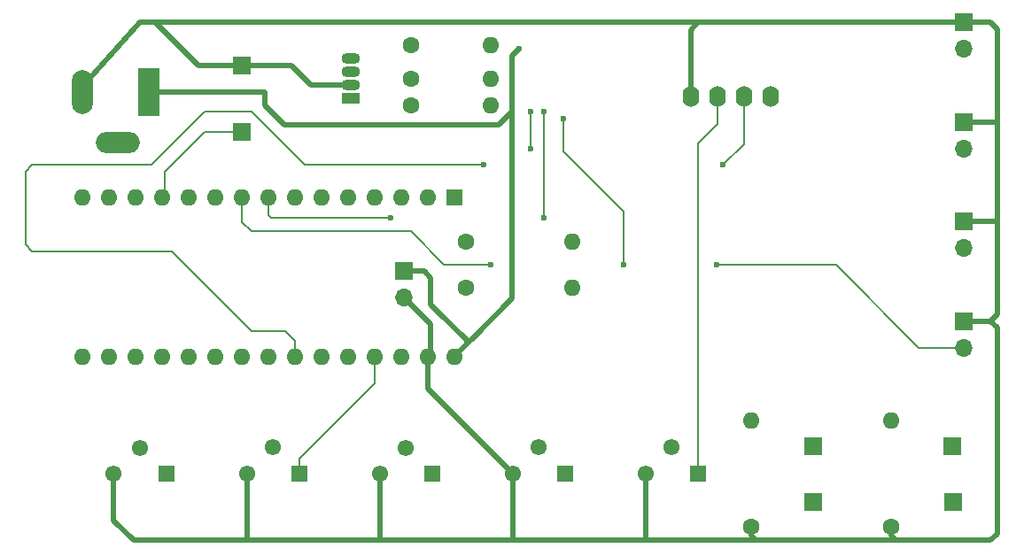
<source format=gbr>
%TF.GenerationSoftware,KiCad,Pcbnew,8.0.4-8.0.4-0~ubuntu22.04.1*%
%TF.CreationDate,2024-09-15T12:59:40-04:00*%
%TF.ProjectId,RonsEcono15,526f6e73-4563-46f6-9e6f-31352e6b6963,rev?*%
%TF.SameCoordinates,Original*%
%TF.FileFunction,Copper,L2,Bot*%
%TF.FilePolarity,Positive*%
%FSLAX46Y46*%
G04 Gerber Fmt 4.6, Leading zero omitted, Abs format (unit mm)*
G04 Created by KiCad (PCBNEW 8.0.4-8.0.4-0~ubuntu22.04.1) date 2024-09-15 12:59:40*
%MOMM*%
%LPD*%
G01*
G04 APERTURE LIST*
%TA.AperFunction,Conductor*%
%ADD10C,0.500000*%
%TD*%
%TA.AperFunction,ComponentPad*%
%ADD11R,1.700000X1.700000*%
%TD*%
%TA.AperFunction,ComponentPad*%
%ADD12O,1.700000X1.700000*%
%TD*%
%TA.AperFunction,ComponentPad*%
%ADD13C,1.600000*%
%TD*%
%TA.AperFunction,ComponentPad*%
%ADD14O,1.600000X1.600000*%
%TD*%
%TA.AperFunction,ComponentPad*%
%ADD15R,2.000000X4.600000*%
%TD*%
%TA.AperFunction,ComponentPad*%
%ADD16O,2.000000X4.200000*%
%TD*%
%TA.AperFunction,ComponentPad*%
%ADD17O,4.200000X2.000000*%
%TD*%
%TA.AperFunction,ComponentPad*%
%ADD18R,1.550000X1.550000*%
%TD*%
%TA.AperFunction,ComponentPad*%
%ADD19C,1.550000*%
%TD*%
%TA.AperFunction,ComponentPad*%
%ADD20O,1.600000X2.000000*%
%TD*%
%TA.AperFunction,ComponentPad*%
%ADD21R,1.600000X1.600000*%
%TD*%
%TA.AperFunction,ComponentPad*%
%ADD22R,1.800000X1.070000*%
%TD*%
%TA.AperFunction,ComponentPad*%
%ADD23O,1.800000X1.070000*%
%TD*%
%TA.AperFunction,ViaPad*%
%ADD24C,0.600000*%
%TD*%
%TA.AperFunction,Conductor*%
%ADD25C,0.200000*%
%TD*%
G04 APERTURE END LIST*
D10*
%TO.N,Net-(J1-Pin_2)*%
X97795096Y-59679743D02*
X103510096Y-53329743D01*
X182250096Y-62854743D02*
X185425096Y-62854743D01*
X184790096Y-53329743D02*
X185425096Y-53964743D01*
X182250096Y-72379743D02*
X185425096Y-72379743D01*
X184790096Y-81904743D02*
X182250096Y-81904743D01*
X185425096Y-81269743D02*
X184790096Y-81904743D01*
X185425096Y-53964743D02*
X185425096Y-81269743D01*
X182250096Y-53329743D02*
X184790096Y-53329743D01*
X103510096Y-53329743D02*
X182250096Y-53329743D01*
%TD*%
D11*
%TO.P,REF\u002A\u002A,1*%
%TO.N,Net-(J1-Pin_2)*%
X182250096Y-53324744D03*
D12*
%TO.N,Net-(J1-Pin_1)*%
X182250096Y-55864744D03*
%TD*%
D11*
%TO.P,,1*%
%TO.N,N/C*%
X181132824Y-93866593D03*
%TD*%
D13*
%TO.P,REF\u002A\u002A,1*%
%TO.N,Net-(J1-Pin_2)*%
X161930096Y-101589742D03*
D14*
%TO.P,REF\u002A\u002A,2*%
%TO.N,N/C*%
X161930096Y-91429742D03*
%TD*%
D11*
%TO.P,,45*%
%TO.N,N/C*%
X113204422Y-63815000D03*
%TD*%
D15*
%TO.P,DC12v, *%
%TO.N,Net-(J1-Pin_1)*%
X104280096Y-59999743D03*
D16*
%TO.N,Net-(J1-Pin_2)*%
X97980096Y-59999743D03*
D17*
%TO.N,N/C*%
X101380096Y-64799743D03*
%TD*%
D13*
%TO.P,REF\u002A\u002A,1*%
%TO.N,N/C*%
X134625096Y-74284743D03*
D14*
%TO.P,REF\u002A\u002A,2*%
X144785096Y-74284743D03*
%TD*%
D18*
%TO.P,REF\u002A\u002A, *%
%TO.N,unconnected-(U1-A6-Pad25)*%
X156810096Y-96464743D03*
D19*
%TO.N,N/C*%
X154310096Y-93964743D03*
%TO.N,Net-(J1-Pin_2)*%
X151810096Y-96464743D03*
%TD*%
D13*
%TO.P,REF\u002A\u002A,1*%
%TO.N,N/C*%
X129355000Y-58735000D03*
D14*
%TO.P,REF\u002A\u002A,2*%
X136975000Y-58735000D03*
%TD*%
D11*
%TO.P,,1*%
%TO.N,Net-(J1-Pin_2)*%
X182250096Y-53324744D03*
%TD*%
D20*
%TO.P,SSD1306,1*%
%TO.N,Net-(J1-Pin_2)*%
X156105096Y-60429743D03*
%TO.P,SSD1306,2*%
%TO.N,unconnected-(U1-A6-Pad25)*%
X158645096Y-60429743D03*
%TO.P,SSD1306,3*%
%TO.N,N/C*%
X161185096Y-60429743D03*
%TO.P,SSD1306,4*%
%TO.N,unconnected-(U1-A7-Pad26)*%
X163725096Y-60429743D03*
%TD*%
D21*
%TO.P,REF\u002A\u002A,1*%
%TO.N,N/C*%
X133536292Y-70060772D03*
D14*
%TO.P,REF\u002A\u002A,2*%
X130996292Y-70060772D03*
%TO.P,REF\u002A\u002A,3*%
X128456292Y-70060772D03*
%TO.P,REF\u002A\u002A,4*%
X125916292Y-70060772D03*
%TO.P,REF\u002A\u002A,5*%
X123376292Y-70060772D03*
%TO.P,REF\u002A\u002A,6*%
%TO.N,Net-(J2-Pin_1)*%
X120836292Y-70060772D03*
%TO.P,REF\u002A\u002A,7*%
%TO.N,unconnected-(U1-A3-Pad22)*%
X118296292Y-70060772D03*
%TO.P,REF\u002A\u002A,8*%
%TO.N,Net-(J2-Pin_2)*%
X115756292Y-70060772D03*
%TO.P,REF\u002A\u002A,9*%
%TO.N,Net-(J1-Pin_3)*%
X113216292Y-70060772D03*
%TO.P,REF\u002A\u002A,10*%
%TO.N,N/C*%
X110676292Y-70060772D03*
%TO.P,REF\u002A\u002A,11*%
X108136292Y-70060772D03*
%TO.P,REF\u002A\u002A,12*%
X105596292Y-70060772D03*
%TO.P,REF\u002A\u002A,13*%
X103056292Y-70060772D03*
%TO.P,REF\u002A\u002A,14*%
X100516292Y-70060772D03*
%TO.P,REF\u002A\u002A,15*%
X97976292Y-70060772D03*
%TO.P,REF\u002A\u002A,16*%
X97976292Y-85300772D03*
%TO.P,REF\u002A\u002A,17*%
X100516292Y-85300772D03*
%TO.P,REF\u002A\u002A,18*%
X103056292Y-85300772D03*
%TO.P,REF\u002A\u002A,19*%
X105596292Y-85300772D03*
%TO.P,REF\u002A\u002A,20*%
X108136292Y-85300772D03*
%TO.P,REF\u002A\u002A,21*%
X110676292Y-85300772D03*
%TO.P,REF\u002A\u002A,22*%
X113216292Y-85300772D03*
%TO.P,REF\u002A\u002A,23*%
%TO.N,unconnected-(U1-A7-Pad26)*%
X115756292Y-85300772D03*
%TO.P,REF\u002A\u002A,24*%
%TO.N,N/C*%
X118296292Y-85300772D03*
%TO.P,REF\u002A\u002A,25*%
X120836292Y-85300772D03*
%TO.P,REF\u002A\u002A,26*%
X123376292Y-85300772D03*
%TO.P,REF\u002A\u002A,27*%
X125916292Y-85300772D03*
%TO.P,REF\u002A\u002A,28*%
X128456292Y-85300772D03*
%TO.P,REF\u002A\u002A,29*%
%TO.N,Net-(J1-Pin_2)*%
X130996292Y-85300772D03*
%TO.P,REF\u002A\u002A,30*%
%TO.N,Net-(J1-Pin_1)*%
X133536292Y-85300772D03*
%TD*%
D18*
%TO.P,REF\u002A\u002A, *%
%TO.N,unconnected-(U1-A6-Pad25)*%
X105970096Y-96509743D03*
D19*
%TO.N,N/C*%
X103470096Y-94009743D03*
%TO.N,Net-(J1-Pin_2)*%
X100970096Y-96509743D03*
%TD*%
D11*
%TO.P,,1*%
%TO.N,unconnected-(U1-A6-Pad25)*%
X167820096Y-99224743D03*
%TD*%
%TO.P,REF\u002A\u002A,1*%
%TO.N,Net-(J1-Pin_1)*%
X128720000Y-77150000D03*
D12*
%TO.P,REF\u002A\u002A,2*%
%TO.N,Net-(J1-Pin_2)*%
X128720000Y-79690000D03*
%TD*%
D13*
%TO.P,REF\u002A\u002A,1*%
%TO.N,N/C*%
X129355000Y-61275000D03*
D14*
%TO.P,REF\u002A\u002A,2*%
%TO.N,Net-(J2-Pin_1)*%
X136975000Y-61275000D03*
%TD*%
D11*
%TO.P,,1*%
%TO.N,Net-(J1-Pin_2)*%
X113204422Y-57465000D03*
%TD*%
%TO.P,,1*%
%TO.N,Net-(J1-Pin_2)*%
X182250096Y-72379743D03*
%TD*%
%TO.P,REF\u002A\u002A,1*%
%TO.N,Net-(J1-Pin_2)*%
X182250096Y-72379743D03*
D12*
%TO.P,REF\u002A\u002A,2*%
%TO.N,Net-(J2-Pin_2)*%
X182250096Y-74919743D03*
%TD*%
D22*
%TO.P,REF\u002A\u002A,1*%
%TO.N,N/C*%
X123640000Y-60635000D03*
D23*
%TO.P,REF\u002A\u002A,2*%
%TO.N,Net-(J1-Pin_2)*%
X123640000Y-59364999D03*
%TO.P,REF\u002A\u002A,3*%
%TO.N,N/C*%
X123640000Y-58095000D03*
%TO.P,REF\u002A\u002A,4*%
X123640000Y-56825000D03*
%TD*%
D11*
%TO.P,REF\u002A\u002A,1*%
%TO.N,Net-(J1-Pin_2)*%
X182250096Y-62849743D03*
D12*
%TO.P,REF\u002A\u002A,2*%
%TO.N,Net-(J2-Pin_1)*%
X182250096Y-65389743D03*
%TD*%
D11*
%TO.P,,1*%
%TO.N,unconnected-(U1-A6-Pad25)*%
X181155096Y-99224743D03*
%TD*%
%TO.P,,1*%
%TO.N,N/C*%
X167797824Y-93866593D03*
%TD*%
D18*
%TO.P,REF\u002A\u002A, *%
%TO.N,unconnected-(U1-A6-Pad25)*%
X118710096Y-96464743D03*
D19*
%TO.N,N/C*%
X116210096Y-93964743D03*
%TO.N,Net-(J1-Pin_2)*%
X113710096Y-96464743D03*
%TD*%
D11*
%TO.P,REF\u002A\u002A,1*%
%TO.N,Net-(J1-Pin_2)*%
X182250096Y-81904743D03*
D12*
%TO.P,REF\u002A\u002A,2*%
%TO.N,Net-(J1-Pin_3)*%
X182250096Y-84444743D03*
%TD*%
D13*
%TO.P,REF\u002A\u002A,1*%
%TO.N,Net-(J1-Pin_2)*%
X175265096Y-101589742D03*
D14*
%TO.P,REF\u002A\u002A,2*%
%TO.N,N/C*%
X175265096Y-91429742D03*
%TD*%
D13*
%TO.P,REF\u002A\u002A,1*%
%TO.N,N/C*%
X129355000Y-55560000D03*
D14*
%TO.P,REF\u002A\u002A,2*%
%TO.N,Net-(J1-Pin_3)*%
X136975000Y-55560000D03*
%TD*%
D18*
%TO.P,REF\u002A\u002A, *%
%TO.N,unconnected-(U1-A6-Pad25)*%
X131410096Y-96509743D03*
D19*
%TO.N,N/C*%
X128910096Y-94009743D03*
%TO.N,Net-(J1-Pin_2)*%
X126410096Y-96509743D03*
%TD*%
D11*
%TO.P,,1*%
%TO.N,Net-(J1-Pin_2)*%
X182250096Y-81904743D03*
%TD*%
%TO.P,,1*%
%TO.N,Net-(J1-Pin_2)*%
X182250096Y-62849743D03*
%TD*%
D13*
%TO.P,REF\u002A\u002A,1*%
%TO.N,unconnected-(U1-A3-Pad22)*%
X134625096Y-78729743D03*
D14*
%TO.P,REF\u002A\u002A,2*%
%TO.N,N/C*%
X144785096Y-78729743D03*
%TD*%
D18*
%TO.P,REF\u002A\u002A, *%
%TO.N,unconnected-(U1-A6-Pad25)*%
X144110096Y-96464743D03*
D19*
%TO.N,N/C*%
X141610096Y-93964743D03*
%TO.N,Net-(J1-Pin_2)*%
X139110096Y-96464743D03*
%TD*%
D24*
%TO.N,*%
X159200000Y-66990000D03*
X136340000Y-66990000D03*
%TO.N,Net-(J1-Pin_3)*%
X158565000Y-76515000D03*
X143960000Y-62545000D03*
X136975000Y-76515000D03*
X149675000Y-76515000D03*
%TO.N,Net-(J1-Pin_1)*%
X139705096Y-55869743D03*
%TO.N,Net-(J2-Pin_2)*%
X127450000Y-72070000D03*
X142055000Y-61910000D03*
X142055000Y-72070000D03*
%TO.N,Net-(J2-Pin_1)*%
X140785000Y-61910000D03*
X140785000Y-65389743D03*
%TD*%
D10*
%TO.N,Net-(J1-Pin_1)*%
X133536292Y-85300772D02*
X134999341Y-83837722D01*
X131781690Y-80846691D02*
X131781691Y-80846691D01*
X134999341Y-83837722D02*
X135203532Y-83633532D01*
X128720000Y-77150000D02*
X130625000Y-77150000D01*
X130625000Y-77150000D02*
X131260000Y-77785000D01*
X131260000Y-77785000D02*
X131260000Y-80325000D01*
X131781691Y-80846691D02*
X134772722Y-83837722D01*
X131260000Y-80325000D02*
X131781690Y-80846691D01*
X134772722Y-83837722D02*
X134999341Y-83837722D01*
D25*
%TO.N,*%
X105596292Y-70060772D02*
X105860000Y-69797064D01*
X93160000Y-75245000D02*
X106495000Y-75245000D01*
X114115000Y-82865000D02*
X117397584Y-82865000D01*
X118296292Y-83763708D02*
X118296292Y-85300772D01*
X105860000Y-67625000D02*
X109670000Y-63815000D01*
X92525000Y-67625000D02*
X92525000Y-74610000D01*
X119195000Y-66990000D02*
X114115000Y-61910000D01*
X93160000Y-66990000D02*
X92525000Y-67625000D01*
X105860000Y-69797064D02*
X105860000Y-67625000D01*
X104590000Y-66990000D02*
X93160000Y-66990000D01*
X136340000Y-66990000D02*
X119195000Y-66990000D01*
X159200000Y-66990000D02*
X161185096Y-65004904D01*
X117397584Y-82865000D02*
X118296292Y-83763708D01*
X92525000Y-74610000D02*
X93160000Y-75245000D01*
X161185096Y-65004904D02*
X161185096Y-60429743D01*
X106495000Y-75245000D02*
X114115000Y-82865000D01*
X109670000Y-63815000D02*
X113204422Y-63815000D01*
X114115000Y-61910000D02*
X109670000Y-61910000D01*
X109670000Y-61910000D02*
X104590000Y-66990000D01*
%TO.N,Net-(J1-Pin_3)*%
X114115000Y-73340000D02*
X113216292Y-72441292D01*
X143960000Y-65720000D02*
X149675000Y-71435000D01*
X132530000Y-76515000D02*
X129355000Y-73340000D01*
X113216292Y-72441292D02*
X113216292Y-70060772D01*
X143960000Y-62545000D02*
X143960000Y-65720000D01*
X169995000Y-76515000D02*
X158565000Y-76515000D01*
X182250096Y-84444743D02*
X177924743Y-84444743D01*
X149675000Y-71435000D02*
X149675000Y-76515000D01*
X177924743Y-84444743D02*
X169995000Y-76515000D01*
X129355000Y-73340000D02*
X114115000Y-73340000D01*
X136975000Y-76515000D02*
X132530000Y-76515000D01*
D10*
%TO.N,Net-(J1-Pin_1)*%
X115385000Y-59999743D02*
X115385000Y-61275000D01*
X104280096Y-59999743D02*
X115385000Y-59999743D01*
X117290000Y-63180000D02*
X137800096Y-63180000D01*
X139070096Y-79766968D02*
X139070096Y-61910000D01*
X139070096Y-56504743D02*
X139705096Y-55869743D01*
X139070096Y-61910000D02*
X139070096Y-56504743D01*
X135203532Y-83633532D02*
X139070096Y-79766968D01*
X137800096Y-63180000D02*
X139070096Y-61910000D01*
X115385000Y-61275000D02*
X117290000Y-63180000D01*
D25*
%TO.N,Net-(J2-Pin_2)*%
X115756292Y-71806292D02*
X115756292Y-70060772D01*
X116020000Y-72070000D02*
X115756292Y-71806292D01*
X127450000Y-72070000D02*
X116020000Y-72070000D01*
X142055000Y-61910000D02*
X142055000Y-72070000D01*
%TO.N,Net-(J2-Pin_1)*%
X140785000Y-61910000D02*
X140785000Y-65389743D01*
%TO.N,unconnected-(U1-A6-Pad25)*%
X156810096Y-64934904D02*
X158645096Y-63099904D01*
X106050096Y-96589743D02*
X105970096Y-96509743D01*
X125916292Y-85300772D02*
X125916292Y-87873900D01*
X156810096Y-96464743D02*
X156810096Y-64934904D01*
X125916292Y-87873900D02*
X118710096Y-95080096D01*
X144110096Y-96464743D02*
X144190096Y-96464743D01*
X158645096Y-63099904D02*
X158645096Y-60429743D01*
X118710096Y-95080096D02*
X118710096Y-96464743D01*
D10*
%TO.N,Net-(J1-Pin_2)*%
X175710000Y-102859743D02*
X162375000Y-102859743D01*
X113710096Y-96464743D02*
X113710096Y-102819743D01*
X161930096Y-102414839D02*
X162375000Y-102859743D01*
X139110096Y-96464743D02*
X139110096Y-102819743D01*
X184790096Y-81904743D02*
X185425096Y-82539743D01*
X128720000Y-79690000D02*
X131260000Y-82230000D01*
X123640000Y-59364999D02*
X119824999Y-59364999D01*
X109035000Y-57465000D02*
X104899743Y-53329743D01*
X184790096Y-102859743D02*
X175710000Y-102859743D01*
X185425096Y-82539743D02*
X185425096Y-102224743D01*
X100970096Y-100954743D02*
X100970096Y-96509743D01*
X156105096Y-54074743D02*
X156850096Y-53329743D01*
X151770096Y-102859743D02*
X139070096Y-102859743D01*
X126370096Y-102859743D02*
X113670096Y-102859743D01*
D25*
X175265096Y-101589742D02*
X175265096Y-102414839D01*
D10*
X175265096Y-102414839D02*
X175710000Y-102859743D01*
X185425096Y-102224743D02*
X184790096Y-102859743D01*
X113670096Y-102859743D02*
X102875096Y-102859743D01*
X117925000Y-57465000D02*
X113204422Y-57465000D01*
D25*
X131260000Y-84786663D02*
X131385201Y-84911864D01*
X156850096Y-53329743D02*
X182250096Y-53329743D01*
X113710096Y-102819743D02*
X113670096Y-102859743D01*
X139110096Y-102819743D02*
X139070096Y-102859743D01*
X104899743Y-53329743D02*
X109344743Y-53329743D01*
D10*
X113204422Y-57465000D02*
X109035000Y-57465000D01*
X126410096Y-96509743D02*
X126410096Y-102819743D01*
X130996292Y-88350939D02*
X139110096Y-96464743D01*
X162375000Y-102859743D02*
X151770096Y-102859743D01*
X102875096Y-102859743D02*
X100970096Y-100954743D01*
X119824999Y-59364999D02*
X117925000Y-57465000D01*
X156105096Y-60429743D02*
X156105096Y-54074743D01*
X151810096Y-96464743D02*
X151810096Y-102819743D01*
D25*
X182250096Y-81904743D02*
X184790096Y-81904743D01*
D10*
X130996292Y-85300772D02*
X130996292Y-88350939D01*
D25*
X126410096Y-102819743D02*
X126370096Y-102859743D01*
D10*
X131260000Y-82230000D02*
X131260000Y-84786663D01*
X139070096Y-102859743D02*
X126370096Y-102859743D01*
D25*
X161930096Y-101589742D02*
X161930096Y-102414839D01*
X151810096Y-102819743D02*
X151770096Y-102859743D01*
%TD*%
M02*

</source>
